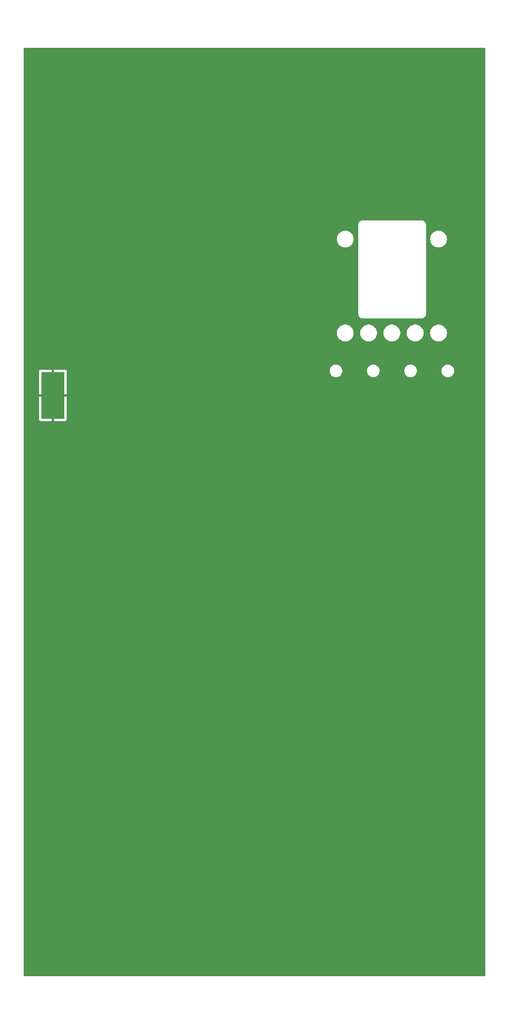
<source format=gbl>
G04 #@! TF.GenerationSoftware,KiCad,Pcbnew,8.0.3*
G04 #@! TF.CreationDate,2024-06-29T21:24:43+02:00*
G04 #@! TF.ProjectId,DMH_VCO_40106_PANEL,444d485f-5643-44f5-9f34-303130365f50,1*
G04 #@! TF.SameCoordinates,Original*
G04 #@! TF.FileFunction,Copper,L2,Bot*
G04 #@! TF.FilePolarity,Positive*
%FSLAX46Y46*%
G04 Gerber Fmt 4.6, Leading zero omitted, Abs format (unit mm)*
G04 Created by KiCad (PCBNEW 8.0.3) date 2024-06-29 21:24:43*
%MOMM*%
%LPD*%
G01*
G04 APERTURE LIST*
G04 #@! TA.AperFunction,ComponentPad*
%ADD10C,2.900000*%
G04 #@! TD*
G04 #@! TA.AperFunction,ComponentPad*
%ADD11C,13.000000*%
G04 #@! TD*
G04 #@! TA.AperFunction,ComponentPad*
%ADD12C,0.500000*%
G04 #@! TD*
G04 #@! TA.AperFunction,ConnectorPad*
%ADD13C,12.000000*%
G04 #@! TD*
G04 #@! TA.AperFunction,ComponentPad*
%ADD14C,4.000000*%
G04 #@! TD*
G04 #@! TA.AperFunction,SMDPad,CuDef*
%ADD15R,5.000000X10.000000*%
G04 #@! TD*
G04 APERTURE END LIST*
D10*
X139500000Y-65600000D03*
D11*
X139500000Y-72000000D03*
D10*
X62500000Y-139600000D03*
D11*
X62500000Y-146000000D03*
D10*
X119500000Y-65600000D03*
D11*
X119500000Y-72000000D03*
X87500000Y-183750000D03*
X81000000Y-92000000D03*
D12*
X106800000Y-228750000D03*
X108460000Y-224720000D03*
X108470000Y-232790000D03*
X112500000Y-223050000D03*
D13*
X112500000Y-228750000D03*
D12*
X112500000Y-234450000D03*
X116530000Y-232790000D03*
X116540000Y-224720000D03*
X118200000Y-228750000D03*
D14*
X54000000Y-246000000D03*
X146000000Y-54000000D03*
D12*
X56800000Y-228750000D03*
X58460000Y-224720000D03*
X58470000Y-232790000D03*
X62500000Y-223050000D03*
D13*
X62500000Y-228750000D03*
D12*
X62500000Y-234450000D03*
X66530000Y-232790000D03*
X66540000Y-224720000D03*
X68200000Y-228750000D03*
X131800000Y-206250000D03*
X133460000Y-202220000D03*
X133470000Y-210290000D03*
X137500000Y-200550000D03*
D13*
X137500000Y-206250000D03*
D12*
X137500000Y-211950000D03*
X141530000Y-210290000D03*
X141540000Y-202220000D03*
X143200000Y-206250000D03*
D11*
X131500000Y-146000000D03*
D14*
X54000000Y-54000000D03*
D11*
X137500000Y-183750000D03*
D14*
X146000000Y-246000000D03*
D12*
X81800000Y-206250000D03*
X83460000Y-202220000D03*
X83470000Y-210290000D03*
X87500000Y-200550000D03*
D13*
X87500000Y-206250000D03*
D12*
X87500000Y-211950000D03*
X91530000Y-210290000D03*
X91540000Y-202220000D03*
X93200000Y-206250000D03*
D11*
X93500000Y-146000000D03*
D12*
X56840000Y-206250000D03*
X58500000Y-202220000D03*
X58510000Y-210290000D03*
X62540000Y-200550000D03*
D13*
X62540000Y-206250000D03*
D12*
X62540000Y-211950000D03*
X66570000Y-210290000D03*
X66580000Y-202220000D03*
X68240000Y-206250000D03*
X106800000Y-206250000D03*
X108460000Y-202220000D03*
X108470000Y-210290000D03*
X112500000Y-200550000D03*
D13*
X112500000Y-206250000D03*
D12*
X112500000Y-211950000D03*
X116530000Y-210290000D03*
X116540000Y-202220000D03*
X118200000Y-206250000D03*
X131800000Y-228750000D03*
X133460000Y-224720000D03*
X133470000Y-232790000D03*
X137500000Y-223050000D03*
D13*
X137500000Y-228750000D03*
D12*
X137500000Y-234450000D03*
X141530000Y-232790000D03*
X141540000Y-224720000D03*
X143200000Y-228750000D03*
X81800000Y-228750000D03*
X83460000Y-224720000D03*
X83470000Y-232790000D03*
X87500000Y-223050000D03*
D13*
X87500000Y-228750000D03*
D12*
X87500000Y-234450000D03*
X91530000Y-232790000D03*
X91540000Y-224720000D03*
X93200000Y-228750000D03*
D11*
X112500000Y-183750000D03*
D12*
X56800000Y-183750000D03*
X58460000Y-179720000D03*
X58470000Y-187790000D03*
X62500000Y-178050000D03*
D13*
X62500000Y-183750000D03*
D12*
X62500000Y-189450000D03*
X66530000Y-187790000D03*
X66540000Y-179720000D03*
X68200000Y-183750000D03*
D15*
X56750000Y-125000000D03*
G04 #@! TA.AperFunction,Conductor*
G36*
X149442539Y-50520185D02*
G01*
X149488294Y-50572989D01*
X149499500Y-50624500D01*
X149499500Y-249375500D01*
X149479815Y-249442539D01*
X149427011Y-249488294D01*
X149375500Y-249499500D01*
X50624500Y-249499500D01*
X50557461Y-249479815D01*
X50511706Y-249427011D01*
X50500500Y-249375500D01*
X50500500Y-228749993D01*
X57094630Y-228749993D01*
X57094630Y-228750006D01*
X57114101Y-229208394D01*
X57172381Y-229663513D01*
X57269043Y-230112028D01*
X57403399Y-230550746D01*
X57403401Y-230550751D01*
X57574468Y-230976468D01*
X57574472Y-230976479D01*
X57781026Y-231386154D01*
X57781037Y-231386174D01*
X57901317Y-231581521D01*
X58021599Y-231776871D01*
X58294429Y-232145762D01*
X58597560Y-232490186D01*
X58928809Y-232807662D01*
X59285788Y-233095902D01*
X59665925Y-233352830D01*
X60066482Y-233576595D01*
X60066485Y-233576596D01*
X60066494Y-233576601D01*
X60484566Y-233765581D01*
X60484573Y-233765584D01*
X60917185Y-233918435D01*
X61361201Y-234034048D01*
X61813422Y-234111589D01*
X61954946Y-234123634D01*
X62270571Y-234150499D01*
X62270588Y-234150499D01*
X62270590Y-234150500D01*
X62270591Y-234150500D01*
X62729409Y-234150500D01*
X62729410Y-234150500D01*
X62729411Y-234150499D01*
X62729428Y-234150499D01*
X63001523Y-234127339D01*
X63186578Y-234111589D01*
X63638799Y-234034048D01*
X64082815Y-233918435D01*
X64515427Y-233765584D01*
X64933518Y-233576595D01*
X65334075Y-233352830D01*
X65714212Y-233095902D01*
X66071191Y-232807662D01*
X66402440Y-232490186D01*
X66705571Y-232145762D01*
X66978401Y-231776871D01*
X67218964Y-231386172D01*
X67425527Y-230976479D01*
X67596601Y-230550744D01*
X67730955Y-230112035D01*
X67827619Y-229663512D01*
X67885897Y-229208407D01*
X67905370Y-228750000D01*
X67905370Y-228749993D01*
X82094630Y-228749993D01*
X82094630Y-228750006D01*
X82114101Y-229208394D01*
X82172381Y-229663513D01*
X82269043Y-230112028D01*
X82403399Y-230550746D01*
X82403401Y-230550751D01*
X82574468Y-230976468D01*
X82574472Y-230976479D01*
X82781026Y-231386154D01*
X82781037Y-231386174D01*
X82901317Y-231581521D01*
X83021599Y-231776871D01*
X83294429Y-232145762D01*
X83597560Y-232490186D01*
X83928809Y-232807662D01*
X84285788Y-233095902D01*
X84665925Y-233352830D01*
X85066482Y-233576595D01*
X85066485Y-233576596D01*
X85066494Y-233576601D01*
X85484566Y-233765581D01*
X85484573Y-233765584D01*
X85917185Y-233918435D01*
X86361201Y-234034048D01*
X86813422Y-234111589D01*
X86954946Y-234123634D01*
X87270571Y-234150499D01*
X87270588Y-234150499D01*
X87270590Y-234150500D01*
X87270591Y-234150500D01*
X87729409Y-234150500D01*
X87729410Y-234150500D01*
X87729411Y-234150499D01*
X87729428Y-234150499D01*
X88001523Y-234127339D01*
X88186578Y-234111589D01*
X88638799Y-234034048D01*
X89082815Y-233918435D01*
X89515427Y-233765584D01*
X89933518Y-233576595D01*
X90334075Y-233352830D01*
X90714212Y-233095902D01*
X91071191Y-232807662D01*
X91402440Y-232490186D01*
X91705571Y-232145762D01*
X91978401Y-231776871D01*
X92218964Y-231386172D01*
X92425527Y-230976479D01*
X92596601Y-230550744D01*
X92730955Y-230112035D01*
X92827619Y-229663512D01*
X92885897Y-229208407D01*
X92905370Y-228750000D01*
X92905370Y-228749993D01*
X107094630Y-228749993D01*
X107094630Y-228750006D01*
X107114101Y-229208394D01*
X107172381Y-229663513D01*
X107269043Y-230112028D01*
X107403399Y-230550746D01*
X107403401Y-230550751D01*
X107574468Y-230976468D01*
X107574472Y-230976479D01*
X107781026Y-231386154D01*
X107781037Y-231386174D01*
X107901317Y-231581521D01*
X108021599Y-231776871D01*
X108294429Y-232145762D01*
X108597560Y-232490186D01*
X108928809Y-232807662D01*
X109285788Y-233095902D01*
X109665925Y-233352830D01*
X110066482Y-233576595D01*
X110066485Y-233576596D01*
X110066494Y-233576601D01*
X110484566Y-233765581D01*
X110484573Y-233765584D01*
X110917185Y-233918435D01*
X111361201Y-234034048D01*
X111813422Y-234111589D01*
X111954946Y-234123634D01*
X112270571Y-234150499D01*
X112270588Y-234150499D01*
X112270590Y-234150500D01*
X112270591Y-234150500D01*
X112729409Y-234150500D01*
X112729410Y-234150500D01*
X112729411Y-234150499D01*
X112729428Y-234150499D01*
X113001523Y-234127339D01*
X113186578Y-234111589D01*
X113638799Y-234034048D01*
X114082815Y-233918435D01*
X114515427Y-233765584D01*
X114933518Y-233576595D01*
X115334075Y-233352830D01*
X115714212Y-233095902D01*
X116071191Y-232807662D01*
X116402440Y-232490186D01*
X116705571Y-232145762D01*
X116978401Y-231776871D01*
X117218964Y-231386172D01*
X117425527Y-230976479D01*
X117596601Y-230550744D01*
X117730955Y-230112035D01*
X117827619Y-229663512D01*
X117885897Y-229208407D01*
X117905370Y-228750000D01*
X117905370Y-228749993D01*
X132094630Y-228749993D01*
X132094630Y-228750006D01*
X132114101Y-229208394D01*
X132172381Y-229663513D01*
X132269043Y-230112028D01*
X132403399Y-230550746D01*
X132403401Y-230550751D01*
X132574468Y-230976468D01*
X132574472Y-230976479D01*
X132781026Y-231386154D01*
X132781037Y-231386174D01*
X132901317Y-231581521D01*
X133021599Y-231776871D01*
X133294429Y-232145762D01*
X133597560Y-232490186D01*
X133928809Y-232807662D01*
X134285788Y-233095902D01*
X134665925Y-233352830D01*
X135066482Y-233576595D01*
X135066485Y-233576596D01*
X135066494Y-233576601D01*
X135484566Y-233765581D01*
X135484573Y-233765584D01*
X135917185Y-233918435D01*
X136361201Y-234034048D01*
X136813422Y-234111589D01*
X136954946Y-234123634D01*
X137270571Y-234150499D01*
X137270588Y-234150499D01*
X137270590Y-234150500D01*
X137270591Y-234150500D01*
X137729409Y-234150500D01*
X137729410Y-234150500D01*
X137729411Y-234150499D01*
X137729428Y-234150499D01*
X138001523Y-234127339D01*
X138186578Y-234111589D01*
X138638799Y-234034048D01*
X139082815Y-233918435D01*
X139515427Y-233765584D01*
X139933518Y-233576595D01*
X140334075Y-233352830D01*
X140714212Y-233095902D01*
X141071191Y-232807662D01*
X141402440Y-232490186D01*
X141705571Y-232145762D01*
X141978401Y-231776871D01*
X142218964Y-231386172D01*
X142425527Y-230976479D01*
X142596601Y-230550744D01*
X142730955Y-230112035D01*
X142827619Y-229663512D01*
X142885897Y-229208407D01*
X142905370Y-228750000D01*
X142885897Y-228291593D01*
X142827619Y-227836488D01*
X142730955Y-227387965D01*
X142596601Y-226949256D01*
X142425527Y-226523521D01*
X142425527Y-226523520D01*
X142218973Y-226113845D01*
X142218962Y-226113825D01*
X142167601Y-226030410D01*
X141978401Y-225723129D01*
X141705571Y-225354238D01*
X141402440Y-225009814D01*
X141071191Y-224692338D01*
X140714212Y-224404098D01*
X140334075Y-224147170D01*
X140311723Y-224134683D01*
X139933526Y-223923409D01*
X139933505Y-223923398D01*
X139515433Y-223734418D01*
X139082810Y-223581563D01*
X138638797Y-223465951D01*
X138186588Y-223388412D01*
X138186562Y-223388409D01*
X137729428Y-223349500D01*
X137729410Y-223349500D01*
X137270590Y-223349500D01*
X137270571Y-223349500D01*
X136813437Y-223388409D01*
X136813411Y-223388412D01*
X136361202Y-223465951D01*
X135917189Y-223581563D01*
X135484566Y-223734418D01*
X135066494Y-223923398D01*
X135066473Y-223923409D01*
X134665933Y-224147165D01*
X134665914Y-224147177D01*
X134285793Y-224404094D01*
X133928806Y-224692340D01*
X133597559Y-225009814D01*
X133294435Y-225354230D01*
X133021598Y-225723130D01*
X132781037Y-226113825D01*
X132781026Y-226113845D01*
X132574472Y-226523520D01*
X132574468Y-226523531D01*
X132403401Y-226949248D01*
X132403399Y-226949253D01*
X132269043Y-227387971D01*
X132172381Y-227836486D01*
X132114101Y-228291605D01*
X132094630Y-228749993D01*
X117905370Y-228749993D01*
X117885897Y-228291593D01*
X117827619Y-227836488D01*
X117730955Y-227387965D01*
X117596601Y-226949256D01*
X117425527Y-226523521D01*
X117425527Y-226523520D01*
X117218973Y-226113845D01*
X117218962Y-226113825D01*
X117167601Y-226030410D01*
X116978401Y-225723129D01*
X116705571Y-225354238D01*
X116402440Y-225009814D01*
X116071191Y-224692338D01*
X115714212Y-224404098D01*
X115334075Y-224147170D01*
X115311723Y-224134683D01*
X114933526Y-223923409D01*
X114933505Y-223923398D01*
X114515433Y-223734418D01*
X114082810Y-223581563D01*
X113638797Y-223465951D01*
X113186588Y-223388412D01*
X113186562Y-223388409D01*
X112729428Y-223349500D01*
X112729410Y-223349500D01*
X112270590Y-223349500D01*
X112270571Y-223349500D01*
X111813437Y-223388409D01*
X111813411Y-223388412D01*
X111361202Y-223465951D01*
X110917189Y-223581563D01*
X110484566Y-223734418D01*
X110066494Y-223923398D01*
X110066473Y-223923409D01*
X109665933Y-224147165D01*
X109665914Y-224147177D01*
X109285793Y-224404094D01*
X108928806Y-224692340D01*
X108597559Y-225009814D01*
X108294435Y-225354230D01*
X108021598Y-225723130D01*
X107781037Y-226113825D01*
X107781026Y-226113845D01*
X107574472Y-226523520D01*
X107574468Y-226523531D01*
X107403401Y-226949248D01*
X107403399Y-226949253D01*
X107269043Y-227387971D01*
X107172381Y-227836486D01*
X107114101Y-228291605D01*
X107094630Y-228749993D01*
X92905370Y-228749993D01*
X92885897Y-228291593D01*
X92827619Y-227836488D01*
X92730955Y-227387965D01*
X92596601Y-226949256D01*
X92425527Y-226523521D01*
X92425527Y-226523520D01*
X92218973Y-226113845D01*
X92218962Y-226113825D01*
X92167601Y-226030410D01*
X91978401Y-225723129D01*
X91705571Y-225354238D01*
X91402440Y-225009814D01*
X91071191Y-224692338D01*
X90714212Y-224404098D01*
X90334075Y-224147170D01*
X90311723Y-224134683D01*
X89933526Y-223923409D01*
X89933505Y-223923398D01*
X89515433Y-223734418D01*
X89082810Y-223581563D01*
X88638797Y-223465951D01*
X88186588Y-223388412D01*
X88186562Y-223388409D01*
X87729428Y-223349500D01*
X87729410Y-223349500D01*
X87270590Y-223349500D01*
X87270571Y-223349500D01*
X86813437Y-223388409D01*
X86813411Y-223388412D01*
X86361202Y-223465951D01*
X85917189Y-223581563D01*
X85484566Y-223734418D01*
X85066494Y-223923398D01*
X85066473Y-223923409D01*
X84665933Y-224147165D01*
X84665914Y-224147177D01*
X84285793Y-224404094D01*
X83928806Y-224692340D01*
X83597559Y-225009814D01*
X83294435Y-225354230D01*
X83021598Y-225723130D01*
X82781037Y-226113825D01*
X82781026Y-226113845D01*
X82574472Y-226523520D01*
X82574468Y-226523531D01*
X82403401Y-226949248D01*
X82403399Y-226949253D01*
X82269043Y-227387971D01*
X82172381Y-227836486D01*
X82114101Y-228291605D01*
X82094630Y-228749993D01*
X67905370Y-228749993D01*
X67885897Y-228291593D01*
X67827619Y-227836488D01*
X67730955Y-227387965D01*
X67596601Y-226949256D01*
X67425527Y-226523521D01*
X67425527Y-226523520D01*
X67218973Y-226113845D01*
X67218962Y-226113825D01*
X67167601Y-226030410D01*
X66978401Y-225723129D01*
X66705571Y-225354238D01*
X66402440Y-225009814D01*
X66071191Y-224692338D01*
X65714212Y-224404098D01*
X65334075Y-224147170D01*
X65311723Y-224134683D01*
X64933526Y-223923409D01*
X64933505Y-223923398D01*
X64515433Y-223734418D01*
X64082810Y-223581563D01*
X63638797Y-223465951D01*
X63186588Y-223388412D01*
X63186562Y-223388409D01*
X62729428Y-223349500D01*
X62729410Y-223349500D01*
X62270590Y-223349500D01*
X62270571Y-223349500D01*
X61813437Y-223388409D01*
X61813411Y-223388412D01*
X61361202Y-223465951D01*
X60917189Y-223581563D01*
X60484566Y-223734418D01*
X60066494Y-223923398D01*
X60066473Y-223923409D01*
X59665933Y-224147165D01*
X59665914Y-224147177D01*
X59285793Y-224404094D01*
X58928806Y-224692340D01*
X58597559Y-225009814D01*
X58294435Y-225354230D01*
X58021598Y-225723130D01*
X57781037Y-226113825D01*
X57781026Y-226113845D01*
X57574472Y-226523520D01*
X57574468Y-226523531D01*
X57403401Y-226949248D01*
X57403399Y-226949253D01*
X57269043Y-227387971D01*
X57172381Y-227836486D01*
X57114101Y-228291605D01*
X57094630Y-228749993D01*
X50500500Y-228749993D01*
X50500500Y-206249993D01*
X57134630Y-206249993D01*
X57134630Y-206250006D01*
X57154101Y-206708394D01*
X57212381Y-207163513D01*
X57309043Y-207612028D01*
X57443399Y-208050746D01*
X57443401Y-208050751D01*
X57614468Y-208476468D01*
X57614472Y-208476479D01*
X57821026Y-208886154D01*
X57821037Y-208886174D01*
X57941317Y-209081521D01*
X58061599Y-209276871D01*
X58334429Y-209645762D01*
X58637560Y-209990186D01*
X58968809Y-210307662D01*
X59325788Y-210595902D01*
X59705925Y-210852830D01*
X60106482Y-211076595D01*
X60106485Y-211076596D01*
X60106494Y-211076601D01*
X60524566Y-211265581D01*
X60524573Y-211265584D01*
X60957185Y-211418435D01*
X61401201Y-211534048D01*
X61853422Y-211611589D01*
X61994946Y-211623634D01*
X62310571Y-211650499D01*
X62310588Y-211650499D01*
X62310590Y-211650500D01*
X62310591Y-211650500D01*
X62769409Y-211650500D01*
X62769410Y-211650500D01*
X62769411Y-211650499D01*
X62769428Y-211650499D01*
X63041523Y-211627339D01*
X63226578Y-211611589D01*
X63678799Y-211534048D01*
X64122815Y-211418435D01*
X64555427Y-211265584D01*
X64973518Y-211076595D01*
X65374075Y-210852830D01*
X65754212Y-210595902D01*
X66111191Y-210307662D01*
X66442440Y-209990186D01*
X66745571Y-209645762D01*
X67018401Y-209276871D01*
X67258964Y-208886172D01*
X67465527Y-208476479D01*
X67636601Y-208050744D01*
X67770955Y-207612035D01*
X67867619Y-207163512D01*
X67925897Y-206708407D01*
X67945370Y-206250000D01*
X67945370Y-206249993D01*
X82094630Y-206249993D01*
X82094630Y-206250006D01*
X82114101Y-206708394D01*
X82172381Y-207163513D01*
X82269043Y-207612028D01*
X82403399Y-208050746D01*
X82403401Y-208050751D01*
X82574468Y-208476468D01*
X82574472Y-208476479D01*
X82781026Y-208886154D01*
X82781037Y-208886174D01*
X82901317Y-209081521D01*
X83021599Y-209276871D01*
X83294429Y-209645762D01*
X83597560Y-209990186D01*
X83928809Y-210307662D01*
X84285788Y-210595902D01*
X84665925Y-210852830D01*
X85066482Y-211076595D01*
X85066485Y-211076596D01*
X85066494Y-211076601D01*
X85484566Y-211265581D01*
X85484573Y-211265584D01*
X85917185Y-211418435D01*
X86361201Y-211534048D01*
X86813422Y-211611589D01*
X86954946Y-211623634D01*
X87270571Y-211650499D01*
X87270588Y-211650499D01*
X87270590Y-211650500D01*
X87270591Y-211650500D01*
X87729409Y-211650500D01*
X87729410Y-211650500D01*
X87729411Y-211650499D01*
X87729428Y-211650499D01*
X88001523Y-211627339D01*
X88186578Y-211611589D01*
X88638799Y-211534048D01*
X89082815Y-211418435D01*
X89515427Y-211265584D01*
X89933518Y-211076595D01*
X90334075Y-210852830D01*
X90714212Y-210595902D01*
X91071191Y-210307662D01*
X91402440Y-209990186D01*
X91705571Y-209645762D01*
X91978401Y-209276871D01*
X92218964Y-208886172D01*
X92425527Y-208476479D01*
X92596601Y-208050744D01*
X92730955Y-207612035D01*
X92827619Y-207163512D01*
X92885897Y-206708407D01*
X92905370Y-206250000D01*
X92905370Y-206249993D01*
X107094630Y-206249993D01*
X107094630Y-206250006D01*
X107114101Y-206708394D01*
X107172381Y-207163513D01*
X107269043Y-207612028D01*
X107403399Y-208050746D01*
X107403401Y-208050751D01*
X107574468Y-208476468D01*
X107574472Y-208476479D01*
X107781026Y-208886154D01*
X107781037Y-208886174D01*
X107901317Y-209081521D01*
X108021599Y-209276871D01*
X108294429Y-209645762D01*
X108597560Y-209990186D01*
X108928809Y-210307662D01*
X109285788Y-210595902D01*
X109665925Y-210852830D01*
X110066482Y-211076595D01*
X110066485Y-211076596D01*
X110066494Y-211076601D01*
X110484566Y-211265581D01*
X110484573Y-211265584D01*
X110917185Y-211418435D01*
X111361201Y-211534048D01*
X111813422Y-211611589D01*
X111954946Y-211623634D01*
X112270571Y-211650499D01*
X112270588Y-211650499D01*
X112270590Y-211650500D01*
X112270591Y-211650500D01*
X112729409Y-211650500D01*
X112729410Y-211650500D01*
X112729411Y-211650499D01*
X112729428Y-211650499D01*
X113001523Y-211627339D01*
X113186578Y-211611589D01*
X113638799Y-211534048D01*
X114082815Y-211418435D01*
X114515427Y-211265584D01*
X114933518Y-211076595D01*
X115334075Y-210852830D01*
X115714212Y-210595902D01*
X116071191Y-210307662D01*
X116402440Y-209990186D01*
X116705571Y-209645762D01*
X116978401Y-209276871D01*
X117218964Y-208886172D01*
X117425527Y-208476479D01*
X117596601Y-208050744D01*
X117730955Y-207612035D01*
X117827619Y-207163512D01*
X117885897Y-206708407D01*
X117905370Y-206250000D01*
X117905370Y-206249993D01*
X132094630Y-206249993D01*
X132094630Y-206250006D01*
X132114101Y-206708394D01*
X132172381Y-207163513D01*
X132269043Y-207612028D01*
X132403399Y-208050746D01*
X132403401Y-208050751D01*
X132574468Y-208476468D01*
X132574472Y-208476479D01*
X132781026Y-208886154D01*
X132781037Y-208886174D01*
X132901317Y-209081521D01*
X133021599Y-209276871D01*
X133294429Y-209645762D01*
X133597560Y-209990186D01*
X133928809Y-210307662D01*
X134285788Y-210595902D01*
X134665925Y-210852830D01*
X135066482Y-211076595D01*
X135066485Y-211076596D01*
X135066494Y-211076601D01*
X135484566Y-211265581D01*
X135484573Y-211265584D01*
X135917185Y-211418435D01*
X136361201Y-211534048D01*
X136813422Y-211611589D01*
X136954946Y-211623634D01*
X137270571Y-211650499D01*
X137270588Y-211650499D01*
X137270590Y-211650500D01*
X137270591Y-211650500D01*
X137729409Y-211650500D01*
X137729410Y-211650500D01*
X137729411Y-211650499D01*
X137729428Y-211650499D01*
X138001523Y-211627339D01*
X138186578Y-211611589D01*
X138638799Y-211534048D01*
X139082815Y-211418435D01*
X139515427Y-211265584D01*
X139933518Y-211076595D01*
X140334075Y-210852830D01*
X140714212Y-210595902D01*
X141071191Y-210307662D01*
X141402440Y-209990186D01*
X141705571Y-209645762D01*
X141978401Y-209276871D01*
X142218964Y-208886172D01*
X142425527Y-208476479D01*
X142596601Y-208050744D01*
X142730955Y-207612035D01*
X142827619Y-207163512D01*
X142885897Y-206708407D01*
X142905370Y-206250000D01*
X142885897Y-205791593D01*
X142827619Y-205336488D01*
X142730955Y-204887965D01*
X142596601Y-204449256D01*
X142425527Y-204023521D01*
X142425527Y-204023520D01*
X142218973Y-203613845D01*
X142218962Y-203613825D01*
X142167601Y-203530410D01*
X141978401Y-203223129D01*
X141705571Y-202854238D01*
X141402440Y-202509814D01*
X141071191Y-202192338D01*
X140714212Y-201904098D01*
X140334075Y-201647170D01*
X140311723Y-201634683D01*
X139933526Y-201423409D01*
X139933505Y-201423398D01*
X139515433Y-201234418D01*
X139082810Y-201081563D01*
X138638797Y-200965951D01*
X138186588Y-200888412D01*
X138186562Y-200888409D01*
X137729428Y-200849500D01*
X137729410Y-200849500D01*
X137270590Y-200849500D01*
X137270571Y-200849500D01*
X136813437Y-200888409D01*
X136813411Y-200888412D01*
X136361202Y-200965951D01*
X135917189Y-201081563D01*
X135484566Y-201234418D01*
X135066494Y-201423398D01*
X135066473Y-201423409D01*
X134665933Y-201647165D01*
X134665914Y-201647177D01*
X134285793Y-201904094D01*
X133928806Y-202192340D01*
X133597559Y-202509814D01*
X133294435Y-202854230D01*
X133021598Y-203223130D01*
X132781037Y-203613825D01*
X132781026Y-203613845D01*
X132574472Y-204023520D01*
X132574468Y-204023531D01*
X132403401Y-204449248D01*
X132403399Y-204449253D01*
X132269043Y-204887971D01*
X132172381Y-205336486D01*
X132114101Y-205791605D01*
X132094630Y-206249993D01*
X117905370Y-206249993D01*
X117885897Y-205791593D01*
X117827619Y-205336488D01*
X117730955Y-204887965D01*
X117596601Y-204449256D01*
X117425527Y-204023521D01*
X117425527Y-204023520D01*
X117218973Y-203613845D01*
X117218962Y-203613825D01*
X117167601Y-203530410D01*
X116978401Y-203223129D01*
X116705571Y-202854238D01*
X116402440Y-202509814D01*
X116071191Y-202192338D01*
X115714212Y-201904098D01*
X115334075Y-201647170D01*
X115311723Y-201634683D01*
X114933526Y-201423409D01*
X114933505Y-201423398D01*
X114515433Y-201234418D01*
X114082810Y-201081563D01*
X113638797Y-200965951D01*
X113186588Y-200888412D01*
X113186562Y-200888409D01*
X112729428Y-200849500D01*
X112729410Y-200849500D01*
X112270590Y-200849500D01*
X112270571Y-200849500D01*
X111813437Y-200888409D01*
X111813411Y-200888412D01*
X111361202Y-200965951D01*
X110917189Y-201081563D01*
X110484566Y-201234418D01*
X110066494Y-201423398D01*
X110066473Y-201423409D01*
X109665933Y-201647165D01*
X109665914Y-201647177D01*
X109285793Y-201904094D01*
X108928806Y-202192340D01*
X108597559Y-202509814D01*
X108294435Y-202854230D01*
X108021598Y-203223130D01*
X107781037Y-203613825D01*
X107781026Y-203613845D01*
X107574472Y-204023520D01*
X107574468Y-204023531D01*
X107403401Y-204449248D01*
X107403399Y-204449253D01*
X107269043Y-204887971D01*
X107172381Y-205336486D01*
X107114101Y-205791605D01*
X107094630Y-206249993D01*
X92905370Y-206249993D01*
X92885897Y-205791593D01*
X92827619Y-205336488D01*
X92730955Y-204887965D01*
X92596601Y-204449256D01*
X92425527Y-204023521D01*
X92425527Y-204023520D01*
X92218973Y-203613845D01*
X92218962Y-203613825D01*
X92167601Y-203530410D01*
X91978401Y-203223129D01*
X91705571Y-202854238D01*
X91402440Y-202509814D01*
X91071191Y-202192338D01*
X90714212Y-201904098D01*
X90334075Y-201647170D01*
X90311723Y-201634683D01*
X89933526Y-201423409D01*
X89933505Y-201423398D01*
X89515433Y-201234418D01*
X89082810Y-201081563D01*
X88638797Y-200965951D01*
X88186588Y-200888412D01*
X88186562Y-200888409D01*
X87729428Y-200849500D01*
X87729410Y-200849500D01*
X87270590Y-200849500D01*
X87270571Y-200849500D01*
X86813437Y-200888409D01*
X86813411Y-200888412D01*
X86361202Y-200965951D01*
X85917189Y-201081563D01*
X85484566Y-201234418D01*
X85066494Y-201423398D01*
X85066473Y-201423409D01*
X84665933Y-201647165D01*
X84665914Y-201647177D01*
X84285793Y-201904094D01*
X83928806Y-202192340D01*
X83597559Y-202509814D01*
X83294435Y-202854230D01*
X83021598Y-203223130D01*
X82781037Y-203613825D01*
X82781026Y-203613845D01*
X82574472Y-204023520D01*
X82574468Y-204023531D01*
X82403401Y-204449248D01*
X82403399Y-204449253D01*
X82269043Y-204887971D01*
X82172381Y-205336486D01*
X82114101Y-205791605D01*
X82094630Y-206249993D01*
X67945370Y-206249993D01*
X67925897Y-205791593D01*
X67867619Y-205336488D01*
X67770955Y-204887965D01*
X67636601Y-204449256D01*
X67465527Y-204023521D01*
X67465527Y-204023520D01*
X67258973Y-203613845D01*
X67258962Y-203613825D01*
X67207601Y-203530410D01*
X67018401Y-203223129D01*
X66745571Y-202854238D01*
X66442440Y-202509814D01*
X66111191Y-202192338D01*
X65754212Y-201904098D01*
X65374075Y-201647170D01*
X65351723Y-201634683D01*
X64973526Y-201423409D01*
X64973505Y-201423398D01*
X64555433Y-201234418D01*
X64122810Y-201081563D01*
X63678797Y-200965951D01*
X63226588Y-200888412D01*
X63226562Y-200888409D01*
X62769428Y-200849500D01*
X62769410Y-200849500D01*
X62310590Y-200849500D01*
X62310571Y-200849500D01*
X61853437Y-200888409D01*
X61853411Y-200888412D01*
X61401202Y-200965951D01*
X60957189Y-201081563D01*
X60524566Y-201234418D01*
X60106494Y-201423398D01*
X60106473Y-201423409D01*
X59705933Y-201647165D01*
X59705914Y-201647177D01*
X59325793Y-201904094D01*
X58968806Y-202192340D01*
X58637559Y-202509814D01*
X58334435Y-202854230D01*
X58061598Y-203223130D01*
X57821037Y-203613825D01*
X57821026Y-203613845D01*
X57614472Y-204023520D01*
X57614468Y-204023531D01*
X57443401Y-204449248D01*
X57443399Y-204449253D01*
X57309043Y-204887971D01*
X57212381Y-205336486D01*
X57154101Y-205791605D01*
X57134630Y-206249993D01*
X50500500Y-206249993D01*
X50500500Y-183749993D01*
X57094630Y-183749993D01*
X57094630Y-183750006D01*
X57114101Y-184208394D01*
X57172381Y-184663513D01*
X57269043Y-185112028D01*
X57403399Y-185550746D01*
X57403401Y-185550751D01*
X57574468Y-185976468D01*
X57574472Y-185976479D01*
X57781026Y-186386154D01*
X57781037Y-186386174D01*
X57901317Y-186581521D01*
X58021599Y-186776871D01*
X58294429Y-187145762D01*
X58597560Y-187490186D01*
X58928809Y-187807662D01*
X59285788Y-188095902D01*
X59665925Y-188352830D01*
X60066482Y-188576595D01*
X60066485Y-188576596D01*
X60066494Y-188576601D01*
X60484566Y-188765581D01*
X60484573Y-188765584D01*
X60917185Y-188918435D01*
X61361201Y-189034048D01*
X61813422Y-189111589D01*
X61954946Y-189123634D01*
X62270571Y-189150499D01*
X62270588Y-189150499D01*
X62270590Y-189150500D01*
X62270591Y-189150500D01*
X62729409Y-189150500D01*
X62729410Y-189150500D01*
X62729411Y-189150499D01*
X62729428Y-189150499D01*
X63001523Y-189127339D01*
X63186578Y-189111589D01*
X63638799Y-189034048D01*
X64082815Y-188918435D01*
X64515427Y-188765584D01*
X64933518Y-188576595D01*
X65334075Y-188352830D01*
X65714212Y-188095902D01*
X66071191Y-187807662D01*
X66402440Y-187490186D01*
X66705571Y-187145762D01*
X66978401Y-186776871D01*
X67218964Y-186386172D01*
X67425527Y-185976479D01*
X67596601Y-185550744D01*
X67730955Y-185112035D01*
X67827619Y-184663512D01*
X67885897Y-184208407D01*
X67905370Y-183750000D01*
X67885897Y-183291593D01*
X67827619Y-182836488D01*
X67730955Y-182387965D01*
X67596601Y-181949256D01*
X67425527Y-181523521D01*
X67425527Y-181523520D01*
X67218973Y-181113845D01*
X67218962Y-181113825D01*
X67167601Y-181030410D01*
X66978401Y-180723129D01*
X66705571Y-180354238D01*
X66402440Y-180009814D01*
X66071191Y-179692338D01*
X65714212Y-179404098D01*
X65334075Y-179147170D01*
X65311723Y-179134683D01*
X64933526Y-178923409D01*
X64933505Y-178923398D01*
X64515433Y-178734418D01*
X64082810Y-178581563D01*
X63638797Y-178465951D01*
X63186588Y-178388412D01*
X63186562Y-178388409D01*
X62729428Y-178349500D01*
X62729410Y-178349500D01*
X62270590Y-178349500D01*
X62270571Y-178349500D01*
X61813437Y-178388409D01*
X61813411Y-178388412D01*
X61361202Y-178465951D01*
X60917189Y-178581563D01*
X60484566Y-178734418D01*
X60066494Y-178923398D01*
X60066473Y-178923409D01*
X59665933Y-179147165D01*
X59665914Y-179147177D01*
X59285793Y-179404094D01*
X58928806Y-179692340D01*
X58597559Y-180009814D01*
X58294435Y-180354230D01*
X58021598Y-180723130D01*
X57781037Y-181113825D01*
X57781026Y-181113845D01*
X57574472Y-181523520D01*
X57574468Y-181523531D01*
X57403401Y-181949248D01*
X57403399Y-181949253D01*
X57269043Y-182387971D01*
X57172381Y-182836486D01*
X57114101Y-183291605D01*
X57094630Y-183749993D01*
X50500500Y-183749993D01*
X50500500Y-130047844D01*
X53750000Y-130047844D01*
X53756401Y-130107372D01*
X53756403Y-130107379D01*
X53806645Y-130242086D01*
X53806649Y-130242093D01*
X53892809Y-130357187D01*
X53892812Y-130357190D01*
X54007906Y-130443350D01*
X54007913Y-130443354D01*
X54142620Y-130493596D01*
X54142627Y-130493598D01*
X54202155Y-130499999D01*
X54202172Y-130500000D01*
X56500000Y-130500000D01*
X57000000Y-130500000D01*
X59297828Y-130500000D01*
X59297844Y-130499999D01*
X59357372Y-130493598D01*
X59357379Y-130493596D01*
X59492086Y-130443354D01*
X59492093Y-130443350D01*
X59607187Y-130357190D01*
X59607190Y-130357187D01*
X59693350Y-130242093D01*
X59693354Y-130242086D01*
X59743596Y-130107379D01*
X59743598Y-130107372D01*
X59749999Y-130047844D01*
X59750000Y-130047827D01*
X59750000Y-125250000D01*
X57000000Y-125250000D01*
X57000000Y-130500000D01*
X56500000Y-130500000D01*
X56500000Y-125250000D01*
X53750000Y-125250000D01*
X53750000Y-130047844D01*
X50500500Y-130047844D01*
X50500500Y-119952155D01*
X53750000Y-119952155D01*
X53750000Y-124750000D01*
X56500000Y-124750000D01*
X57000000Y-124750000D01*
X59750000Y-124750000D01*
X59750000Y-119952172D01*
X59749999Y-119952155D01*
X59743598Y-119892627D01*
X59743596Y-119892620D01*
X59693354Y-119757913D01*
X59693350Y-119757906D01*
X59607864Y-119643713D01*
X116149500Y-119643713D01*
X116149500Y-119856286D01*
X116182753Y-120066239D01*
X116248444Y-120268414D01*
X116344951Y-120457820D01*
X116469890Y-120629786D01*
X116620213Y-120780109D01*
X116792179Y-120905048D01*
X116792181Y-120905049D01*
X116792184Y-120905051D01*
X116981588Y-121001557D01*
X117183757Y-121067246D01*
X117393713Y-121100500D01*
X117393714Y-121100500D01*
X117606286Y-121100500D01*
X117606287Y-121100500D01*
X117816243Y-121067246D01*
X118018412Y-121001557D01*
X118207816Y-120905051D01*
X118229789Y-120889086D01*
X118379786Y-120780109D01*
X118379788Y-120780106D01*
X118379792Y-120780104D01*
X118530104Y-120629792D01*
X118530106Y-120629788D01*
X118530109Y-120629786D01*
X118655048Y-120457820D01*
X118655047Y-120457820D01*
X118655051Y-120457816D01*
X118751557Y-120268412D01*
X118817246Y-120066243D01*
X118850500Y-119856287D01*
X118850500Y-119643713D01*
X124149500Y-119643713D01*
X124149500Y-119856286D01*
X124182753Y-120066239D01*
X124248444Y-120268414D01*
X124344951Y-120457820D01*
X124469890Y-120629786D01*
X124620213Y-120780109D01*
X124792179Y-120905048D01*
X124792181Y-120905049D01*
X124792184Y-120905051D01*
X124981588Y-121001557D01*
X125183757Y-121067246D01*
X125393713Y-121100500D01*
X125393714Y-121100500D01*
X125606286Y-121100500D01*
X125606287Y-121100500D01*
X125816243Y-121067246D01*
X126018412Y-121001557D01*
X126207816Y-120905051D01*
X126229789Y-120889086D01*
X126379786Y-120780109D01*
X126379788Y-120780106D01*
X126379792Y-120780104D01*
X126530104Y-120629792D01*
X126530106Y-120629788D01*
X126530109Y-120629786D01*
X126655048Y-120457820D01*
X126655047Y-120457820D01*
X126655051Y-120457816D01*
X126751557Y-120268412D01*
X126817246Y-120066243D01*
X126850500Y-119856287D01*
X126850500Y-119643713D01*
X132149500Y-119643713D01*
X132149500Y-119856286D01*
X132182753Y-120066239D01*
X132248444Y-120268414D01*
X132344951Y-120457820D01*
X132469890Y-120629786D01*
X132620213Y-120780109D01*
X132792179Y-120905048D01*
X132792181Y-120905049D01*
X132792184Y-120905051D01*
X132981588Y-121001557D01*
X133183757Y-121067246D01*
X133393713Y-121100500D01*
X133393714Y-121100500D01*
X133606286Y-121100500D01*
X133606287Y-121100500D01*
X133816243Y-121067246D01*
X134018412Y-121001557D01*
X134207816Y-120905051D01*
X134229789Y-120889086D01*
X134379786Y-120780109D01*
X134379788Y-120780106D01*
X134379792Y-120780104D01*
X134530104Y-120629792D01*
X134530106Y-120629788D01*
X134530109Y-120629786D01*
X134655048Y-120457820D01*
X134655047Y-120457820D01*
X134655051Y-120457816D01*
X134751557Y-120268412D01*
X134817246Y-120066243D01*
X134850500Y-119856287D01*
X134850500Y-119643713D01*
X140149500Y-119643713D01*
X140149500Y-119856286D01*
X140182753Y-120066239D01*
X140248444Y-120268414D01*
X140344951Y-120457820D01*
X140469890Y-120629786D01*
X140620213Y-120780109D01*
X140792179Y-120905048D01*
X140792181Y-120905049D01*
X140792184Y-120905051D01*
X140981588Y-121001557D01*
X141183757Y-121067246D01*
X141393713Y-121100500D01*
X141393714Y-121100500D01*
X141606286Y-121100500D01*
X141606287Y-121100500D01*
X141816243Y-121067246D01*
X142018412Y-121001557D01*
X142207816Y-120905051D01*
X142229789Y-120889086D01*
X142379786Y-120780109D01*
X142379788Y-120780106D01*
X142379792Y-120780104D01*
X142530104Y-120629792D01*
X142530106Y-120629788D01*
X142530109Y-120629786D01*
X142655048Y-120457820D01*
X142655047Y-120457820D01*
X142655051Y-120457816D01*
X142751557Y-120268412D01*
X142817246Y-120066243D01*
X142850500Y-119856287D01*
X142850500Y-119643713D01*
X142817246Y-119433757D01*
X142751557Y-119231588D01*
X142655051Y-119042184D01*
X142655049Y-119042181D01*
X142655048Y-119042179D01*
X142530109Y-118870213D01*
X142379786Y-118719890D01*
X142207820Y-118594951D01*
X142018414Y-118498444D01*
X142018413Y-118498443D01*
X142018412Y-118498443D01*
X141816243Y-118432754D01*
X141816241Y-118432753D01*
X141816240Y-118432753D01*
X141654957Y-118407208D01*
X141606287Y-118399500D01*
X141393713Y-118399500D01*
X141345042Y-118407208D01*
X141183760Y-118432753D01*
X140981585Y-118498444D01*
X140792179Y-118594951D01*
X140620213Y-118719890D01*
X140469890Y-118870213D01*
X140344951Y-119042179D01*
X140248444Y-119231585D01*
X140182753Y-119433760D01*
X140149500Y-119643713D01*
X134850500Y-119643713D01*
X134817246Y-119433757D01*
X134751557Y-119231588D01*
X134655051Y-119042184D01*
X134655049Y-119042181D01*
X134655048Y-119042179D01*
X134530109Y-118870213D01*
X134379786Y-118719890D01*
X134207820Y-118594951D01*
X134018414Y-118498444D01*
X134018413Y-118498443D01*
X134018412Y-118498443D01*
X133816243Y-118432754D01*
X133816241Y-118432753D01*
X133816240Y-118432753D01*
X133654957Y-118407208D01*
X133606287Y-118399500D01*
X133393713Y-118399500D01*
X133345042Y-118407208D01*
X133183760Y-118432753D01*
X132981585Y-118498444D01*
X132792179Y-118594951D01*
X132620213Y-118719890D01*
X132469890Y-118870213D01*
X132344951Y-119042179D01*
X132248444Y-119231585D01*
X132182753Y-119433760D01*
X132149500Y-119643713D01*
X126850500Y-119643713D01*
X126817246Y-119433757D01*
X126751557Y-119231588D01*
X126655051Y-119042184D01*
X126655049Y-119042181D01*
X126655048Y-119042179D01*
X126530109Y-118870213D01*
X126379786Y-118719890D01*
X126207820Y-118594951D01*
X126018414Y-118498444D01*
X126018413Y-118498443D01*
X126018412Y-118498443D01*
X125816243Y-118432754D01*
X125816241Y-118432753D01*
X125816240Y-118432753D01*
X125654957Y-118407208D01*
X125606287Y-118399500D01*
X125393713Y-118399500D01*
X125345042Y-118407208D01*
X125183760Y-118432753D01*
X124981585Y-118498444D01*
X124792179Y-118594951D01*
X124620213Y-118719890D01*
X124469890Y-118870213D01*
X124344951Y-119042179D01*
X124248444Y-119231585D01*
X124182753Y-119433760D01*
X124149500Y-119643713D01*
X118850500Y-119643713D01*
X118817246Y-119433757D01*
X118751557Y-119231588D01*
X118655051Y-119042184D01*
X118655049Y-119042181D01*
X118655048Y-119042179D01*
X118530109Y-118870213D01*
X118379786Y-118719890D01*
X118207820Y-118594951D01*
X118018414Y-118498444D01*
X118018413Y-118498443D01*
X118018412Y-118498443D01*
X117816243Y-118432754D01*
X117816241Y-118432753D01*
X117816240Y-118432753D01*
X117654957Y-118407208D01*
X117606287Y-118399500D01*
X117393713Y-118399500D01*
X117345042Y-118407208D01*
X117183760Y-118432753D01*
X116981585Y-118498444D01*
X116792179Y-118594951D01*
X116620213Y-118719890D01*
X116469890Y-118870213D01*
X116344951Y-119042179D01*
X116248444Y-119231585D01*
X116182753Y-119433760D01*
X116149500Y-119643713D01*
X59607864Y-119643713D01*
X59607190Y-119642812D01*
X59607187Y-119642809D01*
X59492093Y-119556649D01*
X59492086Y-119556645D01*
X59357379Y-119506403D01*
X59357372Y-119506401D01*
X59297844Y-119500000D01*
X57000000Y-119500000D01*
X57000000Y-124750000D01*
X56500000Y-124750000D01*
X56500000Y-119500000D01*
X54202155Y-119500000D01*
X54142627Y-119506401D01*
X54142620Y-119506403D01*
X54007913Y-119556645D01*
X54007906Y-119556649D01*
X53892812Y-119642809D01*
X53892809Y-119642812D01*
X53806649Y-119757906D01*
X53806645Y-119757913D01*
X53756403Y-119892620D01*
X53756401Y-119892627D01*
X53750000Y-119952155D01*
X50500500Y-119952155D01*
X50500500Y-111501995D01*
X117699500Y-111501995D01*
X117699500Y-111738004D01*
X117699501Y-111738020D01*
X117730306Y-111972010D01*
X117791394Y-112199993D01*
X117881714Y-112418045D01*
X117881719Y-112418056D01*
X117952677Y-112540957D01*
X117999727Y-112622450D01*
X117999729Y-112622453D01*
X117999730Y-112622454D01*
X118143406Y-112809697D01*
X118143412Y-112809704D01*
X118310295Y-112976587D01*
X118310301Y-112976592D01*
X118497550Y-113120273D01*
X118628918Y-113196118D01*
X118701943Y-113238280D01*
X118701948Y-113238282D01*
X118701951Y-113238284D01*
X118920007Y-113328606D01*
X119147986Y-113389693D01*
X119381989Y-113420500D01*
X119381996Y-113420500D01*
X119618004Y-113420500D01*
X119618011Y-113420500D01*
X119852014Y-113389693D01*
X120079993Y-113328606D01*
X120298049Y-113238284D01*
X120502450Y-113120273D01*
X120689699Y-112976592D01*
X120856592Y-112809699D01*
X121000273Y-112622450D01*
X121118284Y-112418049D01*
X121208606Y-112199993D01*
X121269693Y-111972014D01*
X121300500Y-111738011D01*
X121300500Y-111501995D01*
X122699500Y-111501995D01*
X122699500Y-111738004D01*
X122699501Y-111738020D01*
X122730306Y-111972010D01*
X122791394Y-112199993D01*
X122881714Y-112418045D01*
X122881719Y-112418056D01*
X122952677Y-112540957D01*
X122999727Y-112622450D01*
X122999729Y-112622453D01*
X122999730Y-112622454D01*
X123143406Y-112809697D01*
X123143412Y-112809704D01*
X123310295Y-112976587D01*
X123310301Y-112976592D01*
X123497550Y-113120273D01*
X123628918Y-113196118D01*
X123701943Y-113238280D01*
X123701948Y-113238282D01*
X123701951Y-113238284D01*
X123920007Y-113328606D01*
X124147986Y-113389693D01*
X124381989Y-113420500D01*
X124381996Y-113420500D01*
X124618004Y-113420500D01*
X124618011Y-113420500D01*
X124852014Y-113389693D01*
X125079993Y-113328606D01*
X125298049Y-113238284D01*
X125502450Y-113120273D01*
X125689699Y-112976592D01*
X125856592Y-112809699D01*
X126000273Y-112622450D01*
X126118284Y-112418049D01*
X126208606Y-112199993D01*
X126269693Y-111972014D01*
X126300500Y-111738011D01*
X126300500Y-111501995D01*
X127699500Y-111501995D01*
X127699500Y-111738004D01*
X127699501Y-111738020D01*
X127730306Y-111972010D01*
X127791394Y-112199993D01*
X127881714Y-112418045D01*
X127881719Y-112418056D01*
X127952677Y-112540957D01*
X127999727Y-112622450D01*
X127999729Y-112622453D01*
X127999730Y-112622454D01*
X128143406Y-112809697D01*
X128143412Y-112809704D01*
X128310295Y-112976587D01*
X128310301Y-112976592D01*
X128497550Y-113120273D01*
X128628918Y-113196118D01*
X128701943Y-113238280D01*
X128701948Y-113238282D01*
X128701951Y-113238284D01*
X128920007Y-113328606D01*
X129147986Y-113389693D01*
X129381989Y-113420500D01*
X129381996Y-113420500D01*
X129618004Y-113420500D01*
X129618011Y-113420500D01*
X129852014Y-113389693D01*
X130079993Y-113328606D01*
X130298049Y-113238284D01*
X130502450Y-113120273D01*
X130689699Y-112976592D01*
X130856592Y-112809699D01*
X131000273Y-112622450D01*
X131118284Y-112418049D01*
X131208606Y-112199993D01*
X131269693Y-111972014D01*
X131300500Y-111738011D01*
X131300500Y-111501995D01*
X132699500Y-111501995D01*
X132699500Y-111738004D01*
X132699501Y-111738020D01*
X132730306Y-111972010D01*
X132791394Y-112199993D01*
X132881714Y-112418045D01*
X132881719Y-112418056D01*
X132952677Y-112540957D01*
X132999727Y-112622450D01*
X132999729Y-112622453D01*
X132999730Y-112622454D01*
X133143406Y-112809697D01*
X133143412Y-112809704D01*
X133310295Y-112976587D01*
X133310301Y-112976592D01*
X133497550Y-113120273D01*
X133628918Y-113196118D01*
X133701943Y-113238280D01*
X133701948Y-113238282D01*
X133701951Y-113238284D01*
X133920007Y-113328606D01*
X134147986Y-113389693D01*
X134381989Y-113420500D01*
X134381996Y-113420500D01*
X134618004Y-113420500D01*
X134618011Y-113420500D01*
X134852014Y-113389693D01*
X135079993Y-113328606D01*
X135298049Y-113238284D01*
X135502450Y-113120273D01*
X135689699Y-112976592D01*
X135856592Y-112809699D01*
X136000273Y-112622450D01*
X136118284Y-112418049D01*
X136208606Y-112199993D01*
X136269693Y-111972014D01*
X136300500Y-111738011D01*
X136300500Y-111501995D01*
X137699500Y-111501995D01*
X137699500Y-111738004D01*
X137699501Y-111738020D01*
X137730306Y-111972010D01*
X137791394Y-112199993D01*
X137881714Y-112418045D01*
X137881719Y-112418056D01*
X137952677Y-112540957D01*
X137999727Y-112622450D01*
X137999729Y-112622453D01*
X137999730Y-112622454D01*
X138143406Y-112809697D01*
X138143412Y-112809704D01*
X138310295Y-112976587D01*
X138310301Y-112976592D01*
X138497550Y-113120273D01*
X138628918Y-113196118D01*
X138701943Y-113238280D01*
X138701948Y-113238282D01*
X138701951Y-113238284D01*
X138920007Y-113328606D01*
X139147986Y-113389693D01*
X139381989Y-113420500D01*
X139381996Y-113420500D01*
X139618004Y-113420500D01*
X139618011Y-113420500D01*
X139852014Y-113389693D01*
X140079993Y-113328606D01*
X140298049Y-113238284D01*
X140502450Y-113120273D01*
X140689699Y-112976592D01*
X140856592Y-112809699D01*
X141000273Y-112622450D01*
X141118284Y-112418049D01*
X141208606Y-112199993D01*
X141269693Y-111972014D01*
X141300500Y-111738011D01*
X141300500Y-111501989D01*
X141269693Y-111267986D01*
X141208606Y-111040007D01*
X141118284Y-110821951D01*
X141118282Y-110821948D01*
X141118280Y-110821943D01*
X141076118Y-110748918D01*
X141000273Y-110617550D01*
X140856592Y-110430301D01*
X140856587Y-110430295D01*
X140689704Y-110263412D01*
X140689697Y-110263406D01*
X140502454Y-110119730D01*
X140502453Y-110119729D01*
X140502450Y-110119727D01*
X140420957Y-110072677D01*
X140298056Y-110001719D01*
X140298045Y-110001714D01*
X140079993Y-109911394D01*
X139852010Y-109850306D01*
X139618020Y-109819501D01*
X139618017Y-109819500D01*
X139618011Y-109819500D01*
X139381989Y-109819500D01*
X139381983Y-109819500D01*
X139381979Y-109819501D01*
X139147989Y-109850306D01*
X138920006Y-109911394D01*
X138701954Y-110001714D01*
X138701943Y-110001719D01*
X138497545Y-110119730D01*
X138310302Y-110263406D01*
X138310295Y-110263412D01*
X138143412Y-110430295D01*
X138143406Y-110430302D01*
X137999730Y-110617545D01*
X137881719Y-110821943D01*
X137881714Y-110821954D01*
X137791394Y-111040006D01*
X137730306Y-111267989D01*
X137699501Y-111501979D01*
X137699500Y-111501995D01*
X136300500Y-111501995D01*
X136300500Y-111501989D01*
X136269693Y-111267986D01*
X136208606Y-111040007D01*
X136118284Y-110821951D01*
X136118282Y-110821948D01*
X136118280Y-110821943D01*
X136076118Y-110748918D01*
X136000273Y-110617550D01*
X135856592Y-110430301D01*
X135856587Y-110430295D01*
X135689704Y-110263412D01*
X135689697Y-110263406D01*
X135502454Y-110119730D01*
X135502453Y-110119729D01*
X135502450Y-110119727D01*
X135420957Y-110072677D01*
X135298056Y-110001719D01*
X135298045Y-110001714D01*
X135079993Y-109911394D01*
X134852010Y-109850306D01*
X134618020Y-109819501D01*
X134618017Y-109819500D01*
X134618011Y-109819500D01*
X134381989Y-109819500D01*
X134381983Y-109819500D01*
X134381979Y-109819501D01*
X134147989Y-109850306D01*
X133920006Y-109911394D01*
X133701954Y-110001714D01*
X133701943Y-110001719D01*
X133497545Y-110119730D01*
X133310302Y-110263406D01*
X133310295Y-110263412D01*
X133143412Y-110430295D01*
X133143406Y-110430302D01*
X132999730Y-110617545D01*
X132881719Y-110821943D01*
X132881714Y-110821954D01*
X132791394Y-111040006D01*
X132730306Y-111267989D01*
X132699501Y-111501979D01*
X132699500Y-111501995D01*
X131300500Y-111501995D01*
X131300500Y-111501989D01*
X131269693Y-111267986D01*
X131208606Y-111040007D01*
X131118284Y-110821951D01*
X131118282Y-110821948D01*
X131118280Y-110821943D01*
X131076118Y-110748918D01*
X131000273Y-110617550D01*
X130856592Y-110430301D01*
X130856587Y-110430295D01*
X130689704Y-110263412D01*
X130689697Y-110263406D01*
X130502454Y-110119730D01*
X130502453Y-110119729D01*
X130502450Y-110119727D01*
X130420957Y-110072677D01*
X130298056Y-110001719D01*
X130298045Y-110001714D01*
X130079993Y-109911394D01*
X129852010Y-109850306D01*
X129618020Y-109819501D01*
X129618017Y-109819500D01*
X129618011Y-109819500D01*
X129381989Y-109819500D01*
X129381983Y-109819500D01*
X129381979Y-109819501D01*
X129147989Y-109850306D01*
X128920006Y-109911394D01*
X128701954Y-110001714D01*
X128701943Y-110001719D01*
X128497545Y-110119730D01*
X128310302Y-110263406D01*
X128310295Y-110263412D01*
X128143412Y-110430295D01*
X128143406Y-110430302D01*
X127999730Y-110617545D01*
X127881719Y-110821943D01*
X127881714Y-110821954D01*
X127791394Y-111040006D01*
X127730306Y-111267989D01*
X127699501Y-111501979D01*
X127699500Y-111501995D01*
X126300500Y-111501995D01*
X126300500Y-111501989D01*
X126269693Y-111267986D01*
X126208606Y-111040007D01*
X126118284Y-110821951D01*
X126118282Y-110821948D01*
X126118280Y-110821943D01*
X126076118Y-110748918D01*
X126000273Y-110617550D01*
X125856592Y-110430301D01*
X125856587Y-110430295D01*
X125689704Y-110263412D01*
X125689697Y-110263406D01*
X125502454Y-110119730D01*
X125502453Y-110119729D01*
X125502450Y-110119727D01*
X125420957Y-110072677D01*
X125298056Y-110001719D01*
X125298045Y-110001714D01*
X125079993Y-109911394D01*
X124852010Y-109850306D01*
X124618020Y-109819501D01*
X124618017Y-109819500D01*
X124618011Y-109819500D01*
X124381989Y-109819500D01*
X124381983Y-109819500D01*
X124381979Y-109819501D01*
X124147989Y-109850306D01*
X123920006Y-109911394D01*
X123701954Y-110001714D01*
X123701943Y-110001719D01*
X123497545Y-110119730D01*
X123310302Y-110263406D01*
X123310295Y-110263412D01*
X123143412Y-110430295D01*
X123143406Y-110430302D01*
X122999730Y-110617545D01*
X122881719Y-110821943D01*
X122881714Y-110821954D01*
X122791394Y-111040006D01*
X122730306Y-111267989D01*
X122699501Y-111501979D01*
X122699500Y-111501995D01*
X121300500Y-111501995D01*
X121300500Y-111501989D01*
X121269693Y-111267986D01*
X121208606Y-111040007D01*
X121118284Y-110821951D01*
X121118282Y-110821948D01*
X121118280Y-110821943D01*
X121076118Y-110748918D01*
X121000273Y-110617550D01*
X120856592Y-110430301D01*
X120856587Y-110430295D01*
X120689704Y-110263412D01*
X120689697Y-110263406D01*
X120502454Y-110119730D01*
X120502453Y-110119729D01*
X120502450Y-110119727D01*
X120420957Y-110072677D01*
X120298056Y-110001719D01*
X120298045Y-110001714D01*
X120079993Y-109911394D01*
X119852010Y-109850306D01*
X119618020Y-109819501D01*
X119618017Y-109819500D01*
X119618011Y-109819500D01*
X119381989Y-109819500D01*
X119381983Y-109819500D01*
X119381979Y-109819501D01*
X119147989Y-109850306D01*
X118920006Y-109911394D01*
X118701954Y-110001714D01*
X118701943Y-110001719D01*
X118497545Y-110119730D01*
X118310302Y-110263406D01*
X118310295Y-110263412D01*
X118143412Y-110430295D01*
X118143406Y-110430302D01*
X117999730Y-110617545D01*
X117881719Y-110821943D01*
X117881714Y-110821954D01*
X117791394Y-111040006D01*
X117730306Y-111267989D01*
X117699501Y-111501979D01*
X117699500Y-111501995D01*
X50500500Y-111501995D01*
X50500500Y-91381995D01*
X117699500Y-91381995D01*
X117699500Y-91618004D01*
X117699501Y-91618020D01*
X117730306Y-91852010D01*
X117791394Y-92079993D01*
X117881714Y-92298045D01*
X117881719Y-92298056D01*
X117952677Y-92420957D01*
X117999727Y-92502450D01*
X117999729Y-92502453D01*
X117999730Y-92502454D01*
X118143406Y-92689697D01*
X118143412Y-92689704D01*
X118310295Y-92856587D01*
X118310301Y-92856592D01*
X118497550Y-93000273D01*
X118628918Y-93076118D01*
X118701943Y-93118280D01*
X118701948Y-93118282D01*
X118701951Y-93118284D01*
X118920007Y-93208606D01*
X119147986Y-93269693D01*
X119381989Y-93300500D01*
X119381996Y-93300500D01*
X119618004Y-93300500D01*
X119618011Y-93300500D01*
X119852014Y-93269693D01*
X120079993Y-93208606D01*
X120298049Y-93118284D01*
X120502450Y-93000273D01*
X120689699Y-92856592D01*
X120856592Y-92689699D01*
X121000273Y-92502450D01*
X121118284Y-92298049D01*
X121208606Y-92079993D01*
X121269693Y-91852014D01*
X121300500Y-91618011D01*
X121300500Y-91381989D01*
X121269693Y-91147986D01*
X121208606Y-90920007D01*
X121118284Y-90701951D01*
X121118282Y-90701948D01*
X121118280Y-90701943D01*
X121076118Y-90628918D01*
X121000273Y-90497550D01*
X120856592Y-90310301D01*
X120856587Y-90310295D01*
X120689704Y-90143412D01*
X120689697Y-90143406D01*
X120502454Y-89999730D01*
X120502453Y-89999729D01*
X120502450Y-89999727D01*
X120420957Y-89952677D01*
X120298056Y-89881719D01*
X120298045Y-89881714D01*
X120079993Y-89791394D01*
X119852010Y-89730306D01*
X119618020Y-89699501D01*
X119618017Y-89699500D01*
X119618011Y-89699500D01*
X119381989Y-89699500D01*
X119381983Y-89699500D01*
X119381979Y-89699501D01*
X119147989Y-89730306D01*
X118920006Y-89791394D01*
X118701954Y-89881714D01*
X118701943Y-89881719D01*
X118497545Y-89999730D01*
X118310302Y-90143406D01*
X118310295Y-90143412D01*
X118143412Y-90310295D01*
X118143406Y-90310302D01*
X117999730Y-90497545D01*
X117881719Y-90701943D01*
X117881714Y-90701954D01*
X117791394Y-90920006D01*
X117730306Y-91147989D01*
X117699501Y-91381979D01*
X117699500Y-91381995D01*
X50500500Y-91381995D01*
X50500500Y-88422465D01*
X122249500Y-88422465D01*
X122249500Y-107567534D01*
X122279898Y-107739937D01*
X122339775Y-107904446D01*
X122427309Y-108056057D01*
X122539836Y-108190163D01*
X122673942Y-108302690D01*
X122673943Y-108302691D01*
X122673945Y-108302692D01*
X122825555Y-108390225D01*
X122990062Y-108450101D01*
X123162468Y-108480500D01*
X123162472Y-108480500D01*
X135897528Y-108480500D01*
X135897532Y-108480500D01*
X136069938Y-108450101D01*
X136234445Y-108390225D01*
X136386055Y-108302692D01*
X136520163Y-108190163D01*
X136632692Y-108056055D01*
X136720225Y-107904445D01*
X136780101Y-107739938D01*
X136810500Y-107567532D01*
X136810500Y-107480000D01*
X136810500Y-107414108D01*
X136810500Y-91381995D01*
X137699500Y-91381995D01*
X137699500Y-91618004D01*
X137699501Y-91618020D01*
X137730306Y-91852010D01*
X137791394Y-92079993D01*
X137881714Y-92298045D01*
X137881719Y-92298056D01*
X137952677Y-92420957D01*
X137999727Y-92502450D01*
X137999729Y-92502453D01*
X137999730Y-92502454D01*
X138143406Y-92689697D01*
X138143412Y-92689704D01*
X138310295Y-92856587D01*
X138310301Y-92856592D01*
X138497550Y-93000273D01*
X138628918Y-93076118D01*
X138701943Y-93118280D01*
X138701948Y-93118282D01*
X138701951Y-93118284D01*
X138920007Y-93208606D01*
X139147986Y-93269693D01*
X139381989Y-93300500D01*
X139381996Y-93300500D01*
X139618004Y-93300500D01*
X139618011Y-93300500D01*
X139852014Y-93269693D01*
X140079993Y-93208606D01*
X140298049Y-93118284D01*
X140502450Y-93000273D01*
X140689699Y-92856592D01*
X140856592Y-92689699D01*
X141000273Y-92502450D01*
X141118284Y-92298049D01*
X141208606Y-92079993D01*
X141269693Y-91852014D01*
X141300500Y-91618011D01*
X141300500Y-91381989D01*
X141269693Y-91147986D01*
X141208606Y-90920007D01*
X141118284Y-90701951D01*
X141118282Y-90701948D01*
X141118280Y-90701943D01*
X141076118Y-90628918D01*
X141000273Y-90497550D01*
X140856592Y-90310301D01*
X140856587Y-90310295D01*
X140689704Y-90143412D01*
X140689697Y-90143406D01*
X140502454Y-89999730D01*
X140502453Y-89999729D01*
X140502450Y-89999727D01*
X140420957Y-89952677D01*
X140298056Y-89881719D01*
X140298045Y-89881714D01*
X140079993Y-89791394D01*
X139852010Y-89730306D01*
X139618020Y-89699501D01*
X139618017Y-89699500D01*
X139618011Y-89699500D01*
X139381989Y-89699500D01*
X139381983Y-89699500D01*
X139381979Y-89699501D01*
X139147989Y-89730306D01*
X138920006Y-89791394D01*
X138701954Y-89881714D01*
X138701943Y-89881719D01*
X138497545Y-89999730D01*
X138310302Y-90143406D01*
X138310295Y-90143412D01*
X138143412Y-90310295D01*
X138143406Y-90310302D01*
X137999730Y-90497545D01*
X137881719Y-90701943D01*
X137881714Y-90701954D01*
X137791394Y-90920006D01*
X137730306Y-91147989D01*
X137699501Y-91381979D01*
X137699500Y-91381995D01*
X136810500Y-91381995D01*
X136810500Y-88444108D01*
X136810500Y-88422468D01*
X136780101Y-88250062D01*
X136720225Y-88085555D01*
X136632692Y-87933945D01*
X136632691Y-87933943D01*
X136632690Y-87933942D01*
X136520163Y-87799836D01*
X136386057Y-87687309D01*
X136234446Y-87599775D01*
X136069937Y-87539898D01*
X135897534Y-87509500D01*
X135897532Y-87509500D01*
X135875892Y-87509500D01*
X123315892Y-87509500D01*
X123250000Y-87509500D01*
X123162468Y-87509500D01*
X123162465Y-87509500D01*
X122990062Y-87539898D01*
X122825553Y-87599775D01*
X122673942Y-87687309D01*
X122539836Y-87799836D01*
X122427309Y-87933942D01*
X122339775Y-88085553D01*
X122279898Y-88250062D01*
X122249500Y-88422465D01*
X50500500Y-88422465D01*
X50500500Y-50624500D01*
X50520185Y-50557461D01*
X50572989Y-50511706D01*
X50624500Y-50500500D01*
X149375500Y-50500500D01*
X149442539Y-50520185D01*
G37*
G04 #@! TD.AperFunction*
M02*

</source>
